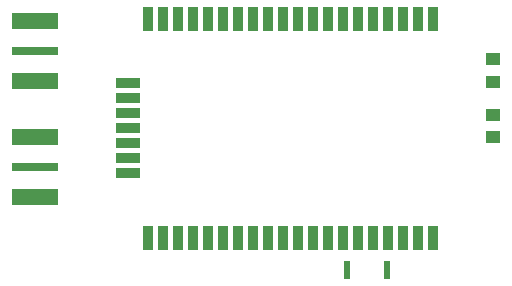
<source format=gbr>
G04 DipTrace 3.1.0.0*
G04 TopPaste.gbr*
%MOMM*%
G04 #@! TF.FileFunction,Paste,Top*
G04 #@! TF.Part,Single*
%ADD46R,2.074X0.81*%
%ADD48R,0.81X2.074*%
%ADD50R,0.6X1.5*%
%ADD52R,3.86X0.65*%
%ADD54R,3.86X1.32*%
%ADD66R,1.3X1.1*%
%FSLAX35Y35*%
G04*
G71*
G90*
G75*
G01*
G04 TopPaste*
%LPD*%
D66*
X5115000Y2725000D3*
Y2915000D3*
Y2445000D3*
Y2255000D3*
D54*
X1241333Y2735000D3*
D52*
X1242333Y2989000D3*
D54*
Y3242000D3*
X1242000Y1750000D3*
D52*
X1243000Y2004000D3*
D54*
Y2257000D3*
D50*
X4220000Y1130000D3*
X3880000D3*
D48*
X4608333Y3259333D3*
X4481333D3*
X4354333D3*
X4227333D3*
X4100333D3*
X3973333D3*
X3846333D3*
X3719333D3*
X3592333D3*
X3465333D3*
X3338333D3*
X3211333D3*
X3084333D3*
X2957333D3*
X2830333D3*
X2703333D3*
X2576333D3*
X2449333D3*
X2322333D3*
X2195333D3*
D46*
X2030833Y2713833D3*
Y2586833D3*
Y2459833D3*
Y2332833D3*
Y2205833D3*
Y2078833D3*
Y1951833D3*
D48*
X2195333Y1406333D3*
X2322333D3*
X2449333D3*
X2576333D3*
X2703333D3*
X2830333D3*
X2957333D3*
X3084333D3*
X3211333D3*
X3338333D3*
X3465333D3*
X3592333D3*
X3719333D3*
X3846333D3*
X3973333D3*
X4100333D3*
X4227333D3*
X4354333D3*
X4481333D3*
X4608333D3*
M02*

</source>
